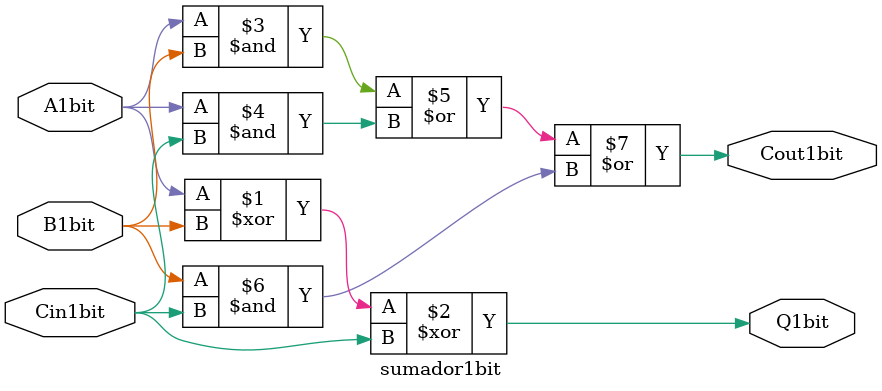
<source format=sv>
module sumador1bit(
		input  A1bit,
		B1bit,
		Cin1bit,
		output logic Q1bit,
		Cout1bit);

		assign Q1bit = A1bit^B1bit^Cin1bit;
		assign Cout1bit =  (A1bit & B1bit) | (A1bit & Cin1bit) | (B1bit & Cin1bit);
endmodule
		
</source>
